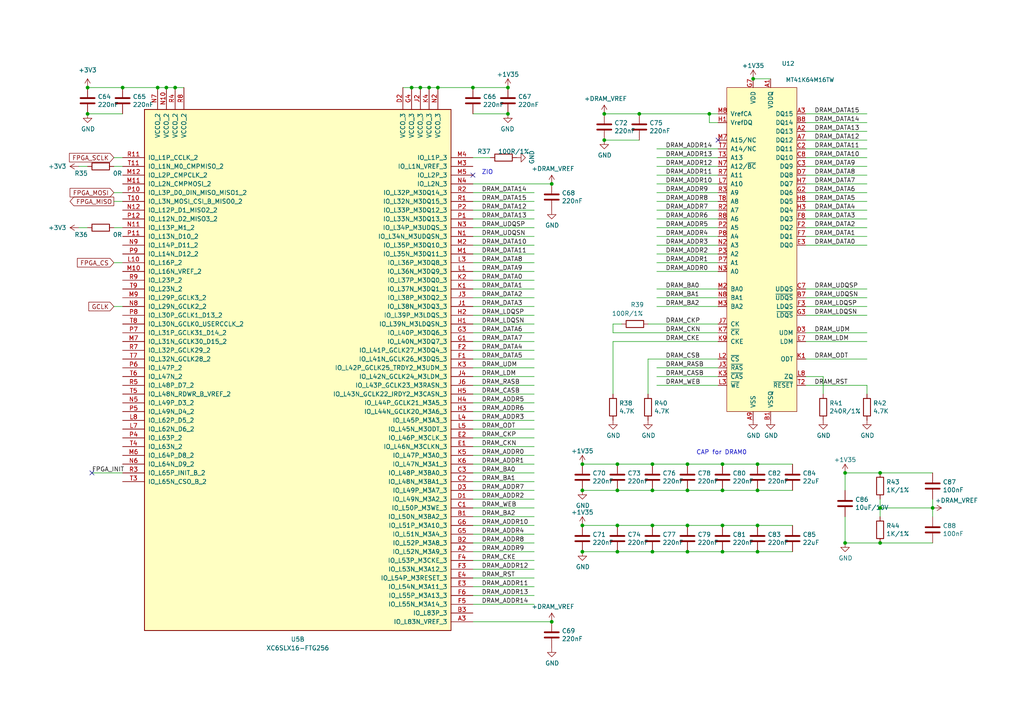
<source format=kicad_sch>
(kicad_sch (version 20231120) (generator "eeschema") (generator_version "8.0")
  (paper "A4")
  (title_block (title "Caster EPDC") (date "2022-07-03") (rev "R0.4") (company "Copyright 2022 Modos / Engineer: Wenting Zhang"))
  (junction (at 119.38 25.4))
  (junction (at 270.51 147.32) (diameter 0.9144))
  (junction (at 179.07 142.24) (diameter 0.9144))
  (junction (at 175.26 40.64) (diameter 0.9144))
  (junction (at 189.23 134.62) (diameter 0.9144))
  (junction (at 209.55 160.02) (diameter 0.9144))
  (junction (at 218.44 22.86) (diameter 0.9144))
  (junction (at 209.55 142.24) (diameter 0.9144))
  (junction (at 199.39 142.24) (diameter 0.9144))
  (junction (at 168.91 142.24) (diameter 0.9144))
  (junction (at 35.56 25.4))
  (junction (at 50.8 25.4))
  (junction (at 199.39 160.02) (diameter 0.9144))
  (junction (at 209.55 134.62) (diameter 0.9144))
  (junction (at 255.27 157.48) (diameter 0.9144))
  (junction (at 127 25.4))
  (junction (at 168.91 160.02) (diameter 0.9144))
  (junction (at 168.91 134.62) (diameter 0.9144))
  (junction (at 45.72 25.4))
  (junction (at 219.71 134.62) (diameter 0.9144))
  (junction (at 48.26 25.4))
  (junction (at 175.26 33.02) (diameter 0.9144))
  (junction (at 255.27 137.16) (diameter 0.9144))
  (junction (at 189.23 160.02) (diameter 0.9144))
  (junction (at 245.11 137.16) (diameter 0.9144))
  (junction (at 25.4 25.4))
  (junction (at 137.16 25.4))
  (junction (at 199.39 134.62) (diameter 0.9144))
  (junction (at 219.71 142.24) (diameter 0.9144))
  (junction (at 219.71 152.4) (diameter 0.9144))
  (junction (at 147.32 33.02))
  (junction (at 147.32 25.4))
  (junction (at 25.4 33.02))
  (junction (at 160.02 53.34))
  (junction (at 179.07 160.02) (diameter 0.9144))
  (junction (at 179.07 134.62) (diameter 0.9144))
  (junction (at 189.23 142.24) (diameter 0.9144))
  (junction (at 124.46 25.4))
  (junction (at 245.11 157.48) (diameter 0.9144))
  (junction (at 179.07 152.4) (diameter 0.9144))
  (junction (at 205.74 33.02))
  (junction (at 168.91 152.4) (diameter 0.9144))
  (junction (at 121.92 25.4))
  (junction (at 219.71 160.02) (diameter 0.9144))
  (junction (at 160.02 180.34))
  (junction (at 185.42 33.02) (diameter 0.9144))
  (junction (at 189.23 152.4) (diameter 0.9144))
  (junction (at 209.55 152.4) (diameter 0.9144))
  (junction (at 255.27 147.32) (diameter 0.9144))
  (junction (at 199.39 152.4) (diameter 0.9144))
  (no_connect (at 208.28 40.64))
  (no_connect (at 137.16 50.8))
  (no_connect (at 26.67 137.16))
  (wire (pts (xy 219.71 134.62) (xy 209.55 134.62)))
  (wire (pts (xy 154.94 160.02) (xy 137.16 160.02)))
  (wire (pts (xy 154.94 73.66) (xy 137.16 73.66)))
  (wire (pts (xy 137.16 71.12) (xy 154.94 71.12)))
  (wire (pts (xy 137.16 180.34) (xy 160.02 180.34)))
  (wire (pts (xy 245.11 137.16) (xy 245.11 142.24)))
  (wire (pts (xy 251.46 88.9) (xy 233.68 88.9)))
  (wire (pts (xy 177.8 99.06) (xy 208.28 99.06)))
  (wire (pts (xy 33.02 76.2) (xy 35.56 76.2)))
  (wire (pts (xy 251.46 33.02) (xy 233.68 33.02)))
  (wire (pts (xy 179.07 152.4) (xy 168.91 152.4)))
  (wire (pts (xy 154.94 132.08) (xy 137.16 132.08)))
  (wire (pts (xy 270.51 147.32) (xy 270.51 149.86)))
  (wire (pts (xy 270.51 157.48) (xy 255.27 157.48)))
  (wire (pts (xy 233.68 35.56) (xy 251.46 35.56)))
  (wire (pts (xy 137.16 152.4) (xy 154.94 152.4)))
  (wire (pts (xy 154.94 101.6) (xy 137.16 101.6)))
  (wire (pts (xy 233.68 111.76) (xy 251.46 111.76)))
  (wire (pts (xy 251.46 60.96) (xy 233.68 60.96)))
  (wire (pts (xy 190.5 109.22) (xy 208.28 109.22)))
  (wire (pts (xy 190.5 88.9) (xy 208.28 88.9)))
  (wire (pts (xy 190.5 58.42) (xy 208.28 58.42)))
  (wire (pts (xy 233.68 99.06) (xy 251.46 99.06)))
  (wire (pts (xy 208.28 71.12) (xy 190.5 71.12)))
  (wire (pts (xy 137.16 55.88) (xy 154.94 55.88)))
  (wire (pts (xy 33.02 66.04) (xy 35.56 66.04)))
  (wire (pts (xy 229.87 142.24) (xy 219.71 142.24)))
  (wire (pts (xy 154.94 116.84) (xy 137.16 116.84)))
  (wire (pts (xy 190.5 76.2) (xy 208.28 76.2)))
  (wire (pts (xy 190.5 45.72) (xy 208.28 45.72)))
  (wire (pts (xy 137.16 124.46) (xy 154.94 124.46)))
  (wire (pts (xy 209.55 152.4) (xy 199.39 152.4)))
  (wire (pts (xy 208.28 55.88) (xy 190.5 55.88)))
  (wire (pts (xy 233.68 38.1) (xy 251.46 38.1)))
  (wire (pts (xy 190.5 111.76) (xy 208.28 111.76)))
  (wire (pts (xy 208.28 66.04) (xy 190.5 66.04)))
  (wire (pts (xy 179.07 160.02) (xy 168.91 160.02)))
  (wire (pts (xy 229.87 134.62) (xy 219.71 134.62)))
  (wire (pts (xy 154.94 106.68) (xy 137.16 106.68)))
  (wire (pts (xy 177.8 114.3) (xy 177.8 99.06)))
  (wire (pts (xy 35.56 25.4) (xy 45.72 25.4)))
  (wire (pts (xy 45.72 25.4) (xy 48.26 25.4)))
  (wire (pts (xy 48.26 25.4) (xy 50.8 25.4)))
  (wire (pts (xy 50.8 25.4) (xy 53.34 25.4)))
  (wire (pts (xy 25.4 25.4) (xy 35.56 25.4)))
  (wire (pts (xy 154.94 162.56) (xy 137.16 162.56)))
  (wire (pts (xy 233.68 50.8) (xy 251.46 50.8)))
  (wire (pts (xy 179.07 152.4) (xy 189.23 152.4)))
  (wire (pts (xy 137.16 127) (xy 154.94 127)))
  (wire (pts (xy 154.94 114.3) (xy 137.16 114.3)))
  (wire (pts (xy 137.16 170.18) (xy 154.94 170.18)))
  (wire (pts (xy 26.67 137.16) (xy 35.56 137.16)))
  (wire (pts (xy 175.26 33.02) (xy 185.42 33.02)))
  (wire (pts (xy 205.74 33.02) (xy 208.28 33.02)))
  (wire (pts (xy 219.71 160.02) (xy 209.55 160.02)))
  (wire (pts (xy 137.16 58.42) (xy 154.94 58.42)))
  (wire (pts (xy 154.94 175.26) (xy 137.16 175.26)))
  (wire (pts (xy 219.71 142.24) (xy 209.55 142.24)))
  (wire (pts (xy 154.94 66.04) (xy 137.16 66.04)))
  (wire (pts (xy 179.07 134.62) (xy 168.91 134.62)))
  (wire (pts (xy 154.94 93.98) (xy 137.16 93.98)))
  (wire (pts (xy 190.5 106.68) (xy 208.28 106.68)))
  (wire (pts (xy 233.68 109.22) (xy 238.76 109.22)))
  (wire (pts (xy 255.27 157.48) (xy 245.11 157.48)))
  (wire (pts (xy 154.94 91.44) (xy 137.16 91.44)))
  (wire (pts (xy 179.07 134.62) (xy 189.23 134.62)))
  (wire (pts (xy 137.16 83.82) (xy 154.94 83.82)))
  (wire (pts (xy 154.94 137.16) (xy 137.16 137.16)))
  (wire (pts (xy 137.16 129.54) (xy 154.94 129.54)))
  (wire (pts (xy 137.16 134.62) (xy 154.94 134.62)))
  (wire (pts (xy 233.68 40.64) (xy 251.46 40.64)))
  (wire (pts (xy 25.4 33.02) (xy 35.56 33.02)))
  (wire (pts (xy 255.27 147.32) (xy 270.51 147.32)))
  (wire (pts (xy 251.46 58.42) (xy 233.68 58.42)))
  (wire (pts (xy 209.55 134.62) (xy 199.39 134.62)))
  (wire (pts (xy 229.87 160.02) (xy 219.71 160.02)))
  (wire (pts (xy 208.28 50.8) (xy 190.5 50.8)))
  (wire (pts (xy 179.07 142.24) (xy 189.23 142.24)))
  (wire (pts (xy 137.16 33.02) (xy 147.32 33.02)))
  (wire (pts (xy 190.5 63.5) (xy 208.28 63.5)))
  (wire (pts (xy 137.16 111.76) (xy 154.94 111.76)))
  (wire (pts (xy 189.23 134.62) (xy 199.39 134.62)))
  (wire (pts (xy 209.55 142.24) (xy 199.39 142.24)))
  (wire (pts (xy 154.94 149.86) (xy 137.16 149.86)))
  (wire (pts (xy 233.68 53.34) (xy 251.46 53.34)))
  (wire (pts (xy 137.16 167.64) (xy 154.94 167.64)))
  (wire (pts (xy 255.27 137.16) (xy 270.51 137.16)))
  (wire (pts (xy 251.46 86.36) (xy 233.68 86.36)))
  (wire (pts (xy 177.8 96.52) (xy 208.28 96.52)))
  (wire (pts (xy 270.51 144.78) (xy 270.51 147.32)))
  (wire (pts (xy 205.74 35.56) (xy 205.74 33.02)))
  (wire (pts (xy 190.5 60.96) (xy 208.28 60.96)))
  (wire (pts (xy 251.46 43.18) (xy 233.68 43.18)))
  (wire (pts (xy 154.94 76.2) (xy 137.16 76.2)))
  (wire (pts (xy 233.68 66.04) (xy 251.46 66.04)))
  (wire (pts (xy 137.16 154.94) (xy 154.94 154.94)))
  (wire (pts (xy 187.96 114.3) (xy 187.96 104.14)))
  (wire (pts (xy 251.46 111.76) (xy 251.46 114.3)))
  (wire (pts (xy 185.42 33.02) (xy 205.74 33.02)))
  (wire (pts (xy 154.94 96.52) (xy 137.16 96.52)))
  (wire (pts (xy 189.23 152.4) (xy 199.39 152.4)))
  (wire (pts (xy 177.8 93.98) (xy 180.34 93.98)))
  (wire (pts (xy 177.8 96.52) (xy 177.8 93.98)))
  (wire (pts (xy 137.16 172.72) (xy 154.94 172.72)))
  (wire (pts (xy 33.02 58.42) (xy 35.56 58.42)))
  (wire (pts (xy 251.46 104.14) (xy 233.68 104.14)))
  (wire (pts (xy 137.16 119.38) (xy 154.94 119.38)))
  (wire (pts (xy 179.07 160.02) (xy 189.23 160.02)))
  (wire (pts (xy 137.16 165.1) (xy 154.94 165.1)))
  (wire (pts (xy 22.86 66.04) (xy 25.4 66.04)))
  (wire (pts (xy 137.16 144.78) (xy 154.94 144.78)))
  (wire (pts (xy 137.16 60.96) (xy 154.94 60.96)))
  (wire (pts (xy 33.02 88.9) (xy 35.56 88.9)))
  (wire (pts (xy 137.16 86.36) (xy 154.94 86.36)))
  (wire (pts (xy 251.46 63.5) (xy 233.68 63.5)))
  (wire (pts (xy 251.46 48.26) (xy 233.68 48.26)))
  (wire (pts (xy 208.28 68.58) (xy 190.5 68.58)))
  (wire (pts (xy 33.02 55.88) (xy 35.56 55.88)))
  (wire (pts (xy 208.28 53.34) (xy 190.5 53.34)))
  (wire (pts (xy 154.94 139.7) (xy 137.16 139.7)))
  (wire (pts (xy 233.68 55.88) (xy 251.46 55.88)))
  (wire (pts (xy 229.87 152.4) (xy 219.71 152.4)))
  (wire (pts (xy 251.46 45.72) (xy 233.68 45.72)))
  (wire (pts (xy 209.55 160.02) (xy 199.39 160.02)))
  (wire (pts (xy 233.68 96.52) (xy 251.46 96.52)))
  (wire (pts (xy 245.11 137.16) (xy 255.27 137.16)))
  (wire (pts (xy 137.16 109.22) (xy 154.94 109.22)))
  (wire (pts (xy 154.94 121.92) (xy 137.16 121.92)))
  (wire (pts (xy 255.27 147.32) (xy 255.27 149.86)))
  (wire (pts (xy 199.39 160.02) (xy 189.23 160.02)))
  (wire (pts (xy 137.16 53.34) (xy 160.02 53.34)))
  (wire (pts (xy 199.39 142.24) (xy 189.23 142.24)))
  (wire (pts (xy 154.94 68.58) (xy 137.16 68.58)))
  (wire (pts (xy 233.68 68.58) (xy 251.46 68.58)))
  (wire (pts (xy 33.02 48.26) (xy 35.56 48.26)))
  (wire (pts (xy 33.02 45.72) (xy 35.56 45.72)))
  (wire (pts (xy 190.5 78.74) (xy 208.28 78.74)))
  (wire (pts (xy 190.5 86.36) (xy 208.28 86.36)))
  (wire (pts (xy 208.28 35.56) (xy 205.74 35.56)))
  (wire (pts (xy 208.28 48.26) (xy 190.5 48.26)))
  (wire (pts (xy 190.5 83.82) (xy 208.28 83.82)))
  (wire (pts (xy 22.86 48.26) (xy 25.4 48.26)))
  (wire (pts (xy 137.16 99.06) (xy 154.94 99.06)))
  (wire (pts (xy 154.94 147.32) (xy 137.16 147.32)))
  (wire (pts (xy 137.16 78.74) (xy 154.94 78.74)))
  (wire (pts (xy 255.27 144.78) (xy 255.27 147.32)))
  (wire (pts (xy 187.96 104.14) (xy 208.28 104.14)))
  (wire (pts (xy 233.68 71.12) (xy 251.46 71.12)))
  (wire (pts (xy 190.5 73.66) (xy 208.28 73.66)))
  (wire (pts (xy 219.71 152.4) (xy 209.55 152.4)))
  (wire (pts (xy 190.5 43.18) (xy 208.28 43.18)))
  (wire (pts (xy 251.46 83.82) (xy 233.68 83.82)))
  (wire (pts (xy 154.94 157.48) (xy 137.16 157.48)))
  (wire (pts (xy 154.94 142.24) (xy 137.16 142.24)))
  (wire (pts (xy 154.94 63.5) (xy 137.16 63.5)))
  (wire (pts (xy 127 25.4) (xy 124.46 25.4)))
  (wire (pts (xy 137.16 25.4) (xy 127 25.4)))
  (wire (pts (xy 119.38 25.4) (xy 116.84 25.4)))
  (wire (pts (xy 121.92 25.4) (xy 119.38 25.4)))
  (wire (pts (xy 124.46 25.4) (xy 121.92 25.4)))
  (wire (pts (xy 147.32 25.4) (xy 137.16 25.4)))
  (wire (pts (xy 137.16 104.14) (xy 154.94 104.14)))
  (wire (pts (xy 137.16 45.72) (xy 142.24 45.72)))
  (wire (pts (xy 218.44 22.86) (xy 223.52 22.86)))
  (wire (pts (xy 245.11 149.86) (xy 245.11 157.48)))
  (wire (pts (xy 187.96 93.98) (xy 208.28 93.98)))
  (wire (pts (xy 238.76 109.22) (xy 238.76 114.3)))
  (wire (pts (xy 154.94 88.9) (xy 137.16 88.9)))
  (wire (pts (xy 185.42 40.64) (xy 175.26 40.64)))
  (wire (pts (xy 137.16 81.28) (xy 154.94 81.28)))
  (wire (pts (xy 251.46 91.44) (xy 233.68 91.44)))
  (wire (pts (xy 179.07 142.24) (xy 168.91 142.24)))
  (text "ZIO" (at 139.7 50.8 0) (effects (font (size 1.27 1.27)) (justify left bottom)))
  (text "CAP for DRAM0" (at 201.93 132.08 0) (effects (font (size 1.27 1.27)) (justify left bottom)))
  (label "DRAM_DATA3" (at 236.22 63.5 0))
  (label "DRAM_ADDR2" (at 139.7 144.78 0))
  (label "DRAM_UDQSN" (at 236.22 86.36 0))
  (label "DRAM_LDM" (at 236.22 99.06 0))
  (label "DRAM_ADDR9" (at 193.04 55.88 0))
  (label "DRAM_ADDR13" (at 139.7 172.72 0))
  (label "DRAM_DATA11" (at 236.22 43.18 0))
  (label "DRAM_CKE" (at 193.04 99.06 0))
  (label "DRAM_WEB" (at 139.7 147.32 0))
  (label "DRAM_LDM" (at 139.7 109.22 0))
  (label "DRAM_DATA3" (at 139.7 88.9 0))
  (label "DRAM_DATA7" (at 236.22 53.34 0))
  (label "DRAM_WEB" (at 193.04 111.76 0))
  (label "DRAM_RASB" (at 139.7 111.76 0))
  (label "DRAM_ADDR6" (at 193.04 63.5 0))
  (label "DRAM_DATA0" (at 236.22 71.12 0))
  (label "DRAM_DATA10" (at 236.22 45.72 0))
  (label "DRAM_ADDR10" (at 139.7 152.4 0))
  (label "DRAM_ADDR11" (at 193.04 50.8 0))
  (label "DRAM_BA1" (at 193.04 86.36 0))
  (label "DRAM_ADDR2" (at 193.04 73.66 0))
  (label "DRAM_LDQSP" (at 139.7 91.44 0))
  (label "DRAM_ADDR8" (at 139.7 157.48 0))
  (label "DRAM_LDQSP" (at 236.22 88.9 0))
  (label "DRAM_ADDR14" (at 193.04 43.18 0))
  (label "DRAM_CASB" (at 193.04 109.22 0))
  (label "DRAM_RST" (at 139.7 167.64 0))
  (label "DRAM_BA2" (at 193.04 88.9 0))
  (label "DRAM_DATA15" (at 236.22 33.02 0))
  (label "DRAM_DATA2" (at 236.22 66.04 0))
  (label "DRAM_BA2" (at 139.7 149.86 0))
  (label "DRAM_UDM" (at 236.22 96.52 0))
  (label "DRAM_DATA9" (at 236.22 48.26 0))
  (label "DRAM_DATA15" (at 139.7 58.42 0))
  (label "DRAM_BA0" (at 139.7 137.16 0))
  (label "DRAM_CASB" (at 139.7 114.3 0))
  (label "DRAM_ADDR1" (at 193.04 76.2 0))
  (label "DRAM_ODT" (at 236.22 104.14 0))
  (label "DRAM_DATA6" (at 236.22 55.88 0))
  (label "DRAM_DATA5" (at 139.7 104.14 0))
  (label "DRAM_DATA9" (at 139.7 78.74 0))
  (label "DRAM_DATA1" (at 236.22 68.58 0))
  (label "DRAM_UDM" (at 139.7 106.68 0))
  (label "DRAM_ADDR7" (at 193.04 60.96 0))
  (label "DRAM_RST" (at 236.22 111.76 0))
  (label "DRAM_DATA13" (at 236.22 38.1 0))
  (label "DRAM_DATA12" (at 236.22 40.64 0))
  (label "DRAM_CKN" (at 139.7 129.54 0))
  (label "DRAM_ADDR7" (at 139.7 142.24 0))
  (label "DRAM_ADDR6" (at 139.7 119.38 0))
  (label "FPGA_INIT" (at 26.67 137.16 0))
  (label "DRAM_UDQSN" (at 139.7 68.58 0))
  (label "DRAM_ADDR9" (at 139.7 160.02 0))
  (label "DRAM_DATA6" (at 139.7 96.52 0))
  (label "DRAM_ADDR14" (at 139.7 175.26 0))
  (label "DRAM_LDQSN" (at 236.22 91.44 0))
  (label "DRAM_ADDR8" (at 193.04 58.42 0))
  (label "DRAM_DATA14" (at 236.22 35.56 0))
  (label "DRAM_ADDR5" (at 139.7 116.84 0))
  (label "DRAM_ADDR3" (at 193.04 71.12 0))
  (label "DRAM_DATA14" (at 139.7 55.88 0))
  (label "DRAM_CSB" (at 193.04 104.14 0))
  (label "DRAM_DATA1" (at 139.7 83.82 0))
  (label "DRAM_DATA4" (at 139.7 101.6 0))
  (label "DRAM_BA1" (at 139.7 139.7 0))
  (label "DRAM_DATA5" (at 236.22 58.42 0))
  (label "DRAM_DATA4" (at 236.22 60.96 0))
  (label "DRAM_ADDR5" (at 193.04 66.04 0))
  (label "DRAM_RASB" (at 193.04 106.68 0))
  (label "DRAM_DATA13" (at 139.7 63.5 0))
  (label "DRAM_ADDR0" (at 139.7 132.08 0))
  (label "DRAM_ADDR1" (at 139.7 134.62 0))
  (label "DRAM_UDQSP" (at 236.22 83.82 0))
  (label "DRAM_ODT" (at 139.7 124.46 0))
  (label "DRAM_CKN" (at 193.04 96.52 0))
  (label "DRAM_ADDR10" (at 193.04 53.34 0))
  (label "DRAM_DATA8" (at 236.22 50.8 0))
  (label "DRAM_ADDR4" (at 193.04 68.58 0))
  (label "DRAM_BA0" (at 193.04 83.82 0))
  (label "DRAM_DATA12" (at 139.7 60.96 0))
  (label "DRAM_CKE" (at 139.7 162.56 0))
  (label "DRAM_UDQSP" (at 139.7 66.04 0))
  (label "DRAM_LDQSN" (at 139.7 93.98 0))
  (label "DRAM_DATA10" (at 139.7 71.12 0))
  (label "DRAM_ADDR13" (at 193.04 45.72 0))
  (label "DRAM_ADDR4" (at 139.7 154.94 0))
  (label "DRAM_CKP" (at 193.04 93.98 0))
  (label "DRAM_ADDR0" (at 193.04 78.74 0))
  (label "DRAM_ADDR3" (at 139.7 121.92 0))
  (label "DRAM_DATA11" (at 139.7 73.66 0))
  (label "DRAM_DATA0" (at 139.7 81.28 0))
  (label "DRAM_ADDR12" (at 193.04 48.26 0))
  (label "DRAM_ADDR12" (at 139.7 165.1 0))
  (label "DRAM_DATA8" (at 139.7 76.2 0))
  (label "DRAM_DATA7" (at 139.7 99.06 0))
  (label "DRAM_CKP" (at 139.7 127 0))
  (label "DRAM_DATA2" (at 139.7 86.36 0))
  (label "DRAM_ADDR11" (at 139.7 170.18 0))
  (global_label "GCLK" (shape input) (at 33.02 88.9 180) (property "Intersheetrefs" "${INTERSHEET_REFS}" (effects (hide yes))))
  (global_label "FPGA_CS" (shape input) (at 33.02 76.2 180) (property "Intersheetrefs" "${INTERSHEET_REFS}" (effects (hide yes))))
  (global_label "FPGA_SCLK" (shape input) (at 33.02 45.72 180) (property "Intersheetrefs" "${INTERSHEET_REFS}" (effects (hide yes))))
  (global_label "FPGA_MOSI" (shape input) (at 33.02 55.88 180) (property "Intersheetrefs" "${INTERSHEET_REFS}" (effects (hide yes))))
  (global_label "FPGA_MISO" (shape output) (at 33.02 58.42 180) (property "Intersheetrefs" "${INTERSHEET_REFS}" (effects (hide yes))))
  (symbol (lib_id "power:GND") (at 149.86 45.72 90) (unit 1)
    (property "Reference" "#PWR0103" (effects (hide yes)))
    (property "Value" "GND" (at 154.2542 45.593 0))
  )
  (symbol (lib_id "Device:C") (at 229.87 156.21 0) (unit 1)
    (property "Reference" "C85" (at 232.791 155.0416 0) (effects (justify left)))
    (property "Value" "22uF" (at 232.791 157.353 0) (effects (justify left)))
    (property "Footprint" "Capacitor_SMD:C_0603_1608Metric" (effects (hide yes)))
    (property "LCSC" "C94018" (effects (hide yes)))
    (property "Ref.Price" "0.0301" (effects (hide yes)))
  )
  (symbol (lib_id "Device:C") (at 35.56 29.21 0) (unit 1)
    (property "Reference" "C65" (at 38.481 28.0416 0) (effects (justify left)))
    (property "Value" "220nF" (at 38.481 30.353 0) (effects (justify left)))
    (property "Footprint" "Capacitor_SMD:C_0402_1005Metric" (effects (hide yes)))
    (property "LCSC" "C880414" (effects (hide yes)))
    (property "Ref.Price" "0.0036" (effects (hide yes)))
  )
  (symbol (lib_id "power:+1V35") (at 168.91 134.62 0) (unit 1)
    (property "Reference" "#PWR0108" (effects (hide yes)))
    (property "Value" "+1V35" (at 168.91 130.81 0))
  )
  (symbol (lib_id "Device:R") (at 184.15 93.98 90) (unit 1)
    (property "Reference" "R39" (at 186.7916 88.392 90) (effects (justify left)))
    (property "Value" "100R/1%" (at 186.563 90.932 90) (effects (justify left)))
    (property "Footprint" "Resistor_SMD:R_0402_1005Metric" (effects (hide yes)))
    (property "LCSC" "C114877" (effects (hide yes)))
    (property "Ref.Price" "0.001" (effects (hide yes)))
  )
  (symbol (lib_id "power:+3V3") (at 25.4 25.4 0) (unit 1)
    (property "Reference" "#PWR099" (effects (hide yes)))
    (property "Value" "+3V3" (at 25.4 20.32 0))
  )
  (symbol (lib_id "Device:C") (at 185.42 36.83 0) (unit 1)
    (property "Reference" "C75" (at 188.341 35.6616 0) (effects (justify left)))
    (property "Value" "220nF" (at 188.341 37.973 0) (effects (justify left)))
    (property "Footprint" "Capacitor_SMD:C_0402_1005Metric" (effects (hide yes)))
    (property "LCSC" "C880414" (effects (hide yes)))
    (property "Ref.Price" "0.0036" (effects (hide yes)))
  )
  (symbol (lib_id "Device:C") (at 168.91 156.21 0) (unit 1)
    (property "Reference" "C71" (at 171.831 155.0416 0) (effects (justify left)))
    (property "Value" "220nF" (at 171.831 157.353 0) (effects (justify left)))
    (property "Footprint" "Capacitor_SMD:C_0402_1005Metric" (effects (hide yes)))
    (property "LCSC" "C880414" (effects (hide yes)))
    (property "Ref.Price" "0.0036" (effects (hide yes)))
  )
  (symbol (lib_id "Device:C") (at 179.07 156.21 0) (unit 1)
    (property "Reference" "C74" (at 181.991 155.0416 0) (effects (justify left)))
    (property "Value" "220nF" (at 181.991 157.353 0) (effects (justify left)))
    (property "Footprint" "Capacitor_SMD:C_0402_1005Metric" (effects (hide yes)))
    (property "LCSC" "C880414" (effects (hide yes)))
    (property "Ref.Price" "0.0036" (effects (hide yes)))
  )
  (symbol (lib_id "power:+1V35") (at 147.32 25.4 0) (mirror y) (unit 1)
    (property "Reference" "#PWR0101" (effects (hide yes)))
    (property "Value" "+1V35" (at 147.32 21.59 0))
  )
  (symbol (lib_id "Device:R") (at 255.27 153.67 0) (unit 1)
    (property "Reference" "R44" (at 257.048 152.5016 0) (effects (justify left)))
    (property "Value" "1K/1%" (at 257.048 154.813 0) (effects (justify left)))
    (property "Footprint" "Resistor_SMD:R_0402_1005Metric" (effects (hide yes)))
    (property "LCSC" "C226693" (effects (hide yes)))
    (property "Ref.Price" "0.0025" (effects (hide yes)))
  )
  (symbol (lib_id "power:GND") (at 168.91 160.02 0) (unit 1)
    (property "Reference" "#PWR0111" (effects (hide yes)))
    (property "Value" "GND" (at 169.037 164.4142 0))
  )
  (symbol (lib_id "power:+3V3") (at 22.86 48.26 90) (unit 1)
    (property "Reference" "#PWR097" (effects (hide yes)))
    (property "Value" "+3V3" (at 13.97 48.2599 90) (effects (justify right)))
  )
  (symbol (lib_id "Device:C") (at 270.51 140.97 0) (unit 1)
    (property "Reference" "C87" (at 273.431 139.8016 0) (effects (justify left)))
    (property "Value" "100nF" (at 273.431 142.113 0) (effects (justify left)))
    (property "Footprint" "Capacitor_SMD:C_0402_1005Metric" (effects (hide yes)))
    (property "LCSC" "C56392" (effects (hide yes)))
    (property "Ref.Price" "0.0023" (effects (hide yes)))
  )
  (symbol (lib_id "symbols:+DRAM_VREF") (at 160.02 180.34 0) (unit 1)
    (property "Reference" "#PWR0106" (effects (hide yes)))
    (property "Value" "+DRAM_VREF" (at 160.401 175.9458 0))
  )
  (symbol (lib_id "symbols:+DRAM_VREF") (at 160.02 53.34 0) (unit 1)
    (property "Reference" "#PWR0104" (effects (hide yes)))
    (property "Value" "+DRAM_VREF" (at 160.401 48.9458 0))
  )
  (symbol (lib_id "Device:R") (at 238.76 118.11 0) (unit 1)
    (property "Reference" "R41" (at 240.538 116.9416 0) (effects (justify left)))
    (property "Value" "240R/1%" (at 240.538 119.253 0) (effects (justify left)))
    (property "Footprint" "Resistor_SMD:R_0402_1005Metric" (effects (hide yes)))
    (property "LCSC" "C114755" (effects (hide yes)))
    (property "Ref.Price" "0.0009" (effects (hide yes)))
  )
  (symbol (lib_id "power:+3V3") (at 22.86 66.04 90) (unit 1)
    (property "Reference" "#PWR098" (effects (hide yes)))
    (property "Value" "+3V3" (at 13.97 66.0399 90) (effects (justify right)))
  )
  (symbol (lib_id "power:GND") (at 160.02 187.96 0) (unit 1)
    (property "Reference" "#PWR0107" (effects (hide yes)))
    (property "Value" "GND" (at 160.147 192.3542 0))
  )
  (symbol (lib_id "power:GND") (at 245.11 157.48 0) (unit 1)
    (property "Reference" "#PWR0121" (effects (hide yes)))
    (property "Value" "GND" (at 245.237 161.8742 0))
  )
  (symbol (lib_id "symbols:MT41K256M16HA") (at 220.98 22.86 0) (unit 1)
    (property "Reference" "U12" (at 228.6 18.415 0) (effects (font (size 1.1938 1.1938))))
    (property "Value" "MT41K64M16TW" (at 234.95 23.1648 0) (effects (font (size 1.1938 1.1938))))
    (property "Footprint" "footprints:BGA-96_9.0x14.0mm_P0.8mm" (effects (hide yes)))
    (property "LCSC" "C524855" (effects (hide yes)))
    (property "Ref.Price" "3.2405" (effects (hide yes)))
  )
  (symbol (lib_id "power:GND") (at 223.52 121.92 0) (unit 1)
    (property "Reference" "#PWR0118" (effects (hide yes)))
    (property "Value" "GND" (at 223.647 126.3142 0))
  )
  (symbol (lib_id "power:GND") (at 187.96 121.92 0) (unit 1)
    (property "Reference" "#PWR0115" (effects (hide yes)))
    (property "Value" "GND" (at 188.087 126.3142 0))
  )
  (symbol (lib_id "Device:R") (at 29.21 48.26 90) (unit 1)
    (property "Reference" "R35" (at 25.5016 50.292 90) (effects (justify left)))
    (property "Value" "0R" (at 35.433 50.292 90) (effects (justify left)))
    (property "Footprint" "Resistor_SMD:R_0402_1005Metric" (effects (hide yes)))
    (property "LCSC" "C105870" (effects (hide yes)))
    (property "Ref.Price" "0.0006" (effects (hide yes)))
  )
  (symbol (lib_id "Device:C") (at 147.32 29.21 0) (unit 1)
    (property "Reference" "C67" (at 150.241 28.0416 0) (effects (justify left)))
    (property "Value" "220nF" (at 150.241 30.353 0) (effects (justify left)))
    (property "Footprint" "Capacitor_SMD:C_0402_1005Metric" (effects (hide yes)))
    (property "LCSC" "C880414" (effects (hide yes)))
    (property "Ref.Price" "0.0036" (effects (hide yes)))
  )
  (symbol (lib_id "Device:C") (at 168.91 138.43 0) (unit 1)
    (property "Reference" "C70" (at 171.831 137.2616 0) (effects (justify left)))
    (property "Value" "220nF" (at 171.831 139.573 0) (effects (justify left)))
    (property "Footprint" "Capacitor_SMD:C_0402_1005Metric" (effects (hide yes)))
    (property "LCSC" "C880414" (effects (hide yes)))
    (property "Ref.Price" "0.0036" (effects (hide yes)))
  )
  (symbol (lib_id "Device:C") (at 160.02 57.15 0) (unit 1)
    (property "Reference" "C68" (at 162.941 55.9816 0) (effects (justify left)))
    (property "Value" "220nF" (at 162.941 58.293 0) (effects (justify left)))
    (property "Footprint" "Capacitor_SMD:C_0402_1005Metric" (effects (hide yes)))
    (property "LCSC" "C880414" (effects (hide yes)))
    (property "Ref.Price" "0.0036" (effects (hide yes)))
  )
  (symbol (lib_id "Device:R") (at 29.21 66.04 90) (unit 1)
    (property "Reference" "R36" (at 25.5016 68.072 90) (effects (justify left)))
    (property "Value" "0R" (at 35.433 68.072 90) (effects (justify left)))
    (property "Footprint" "Resistor_SMD:R_0402_1005Metric" (effects (hide yes)))
    (property "LCSC" "C105870" (effects (hide yes)))
    (property "Ref.Price" "0.0006" (effects (hide yes)))
  )
  (symbol (lib_id "power:GND") (at 160.02 60.96 0) (unit 1)
    (property "Reference" "#PWR0105" (effects (hide yes)))
    (property "Value" "GND" (at 160.147 65.3542 0))
  )
  (symbol (lib_id "power:GND") (at 218.44 121.92 0) (unit 1)
    (property "Reference" "#PWR0117" (effects (hide yes)))
    (property "Value" "GND" (at 218.567 126.3142 0))
  )
  (symbol (lib_id "power:+1V35") (at 218.44 22.86 0) (unit 1)
    (property "Reference" "#PWR0116" (effects (hide yes)))
    (property "Value" "+1V35" (at 218.44 19.05 0))
  )
  (symbol (lib_id "Device:C") (at 175.26 36.83 0) (unit 1)
    (property "Reference" "C72" (at 178.181 35.6616 0) (effects (justify left)))
    (property "Value" "220nF" (at 178.181 37.973 0) (effects (justify left)))
    (property "Footprint" "Capacitor_SMD:C_0402_1005Metric" (effects (hide yes)))
    (property "LCSC" "C880414" (effects (hide yes)))
    (property "Ref.Price" "0.0036" (effects (hide yes)))
  )
  (symbol (lib_id "Device:C") (at 137.16 29.21 0) (unit 1)
    (property "Reference" "C66" (at 140.081 28.0416 0) (effects (justify left)))
    (property "Value" "220nF" (at 140.081 30.353 0) (effects (justify left)))
    (property "Footprint" "Capacitor_SMD:C_0402_1005Metric" (effects (hide yes)))
    (property "LCSC" "C880414" (effects (hide yes)))
    (property "Ref.Price" "0.0036" (effects (hide yes)))
  )
  (symbol (lib_id "Device:R") (at 146.05 45.72 90) (unit 1)
    (property "Reference" "R37" (at 142.3416 43.942 90) (effects (justify left)))
    (property "Value" "100R/1%" (at 153.543 43.942 90) (effects (justify left)))
    (property "Footprint" "Resistor_SMD:R_0402_1005Metric" (effects (hide yes)))
    (property "LCSC" "C106232" (effects (hide yes)))
    (property "Ref.Price" "0.0007" (effects (hide yes)))
  )
  (symbol (lib_id "Device:R") (at 177.8 118.11 0) (unit 1)
    (property "Reference" "R38" (at 179.578 116.9416 0) (effects (justify left)))
    (property "Value" "4.7K" (at 179.578 119.253 0) (effects (justify left)))
    (property "Footprint" "Resistor_SMD:R_0402_1005Metric" (effects (hide yes)))
    (property "LCSC" "C105870" (effects (hide yes)))
    (property "Ref.Price" "0.0006" (effects (hide yes)))
  )
  (symbol (lib_id "Device:C") (at 25.4 29.21 0) (unit 1)
    (property "Reference" "C64" (at 28.321 28.0416 0) (effects (justify left)))
    (property "Value" "220nF" (at 28.321 30.353 0) (effects (justify left)))
    (property "Footprint" "Capacitor_SMD:C_0402_1005Metric" (effects (hide yes)))
    (property "LCSC" "C880414" (effects (hide yes)))
    (property "Ref.Price" "0.0036" (effects (hide yes)))
  )
  (symbol (lib_id "power:+1V35") (at 168.91 152.4 0) (unit 1)
    (property "Reference" "#PWR0110" (effects (hide yes)))
    (property "Value" "+1V35" (at 168.91 148.59 0))
  )
  (symbol (lib_id "Device:C") (at 219.71 156.21 0) (unit 1)
    (property "Reference" "C83" (at 222.631 155.0416 0) (effects (justify left)))
    (property "Value" "220nF" (at 222.631 157.353 0) (effects (justify left)))
    (property "Footprint" "Capacitor_SMD:C_0402_1005Metric" (effects (hide yes)))
    (property "LCSC" "C880414" (effects (hide yes)))
    (property "Ref.Price" "0.0036" (effects (hide yes)))
  )
  (symbol (lib_id "power:GND") (at 251.46 121.92 0) (unit 1)
    (property "Reference" "#PWR0122" (effects (hide yes)))
    (property "Value" "GND" (at 251.587 126.3142 0))
  )
  (symbol (lib_id "power:GND") (at 147.32 33.02 0) (mirror y) (unit 1)
    (property "Reference" "#PWR0102" (effects (hide yes)))
    (property "Value" "GND" (at 147.193 37.4142 0))
  )
  (symbol (lib_id "Device:C") (at 209.55 156.21 0) (unit 1)
    (property "Reference" "C81" (at 212.471 155.0416 0) (effects (justify left)))
    (property "Value" "220nF" (at 212.471 157.353 0) (effects (justify left)))
    (property "Footprint" "Capacitor_SMD:C_0402_1005Metric" (effects (hide yes)))
    (property "LCSC" "C880414" (effects (hide yes)))
    (property "Ref.Price" "0.0036" (effects (hide yes)))
  )
  (symbol (lib_id "Device:C") (at 160.02 184.15 0) (unit 1)
    (property "Reference" "C69" (at 162.941 182.9816 0) (effects (justify left)))
    (property "Value" "220nF" (at 162.941 185.293 0) (effects (justify left)))
    (property "Footprint" "Capacitor_SMD:C_0402_1005Metric" (effects (hide yes)))
    (property "LCSC" "C880414" (effects (hide yes)))
    (property "Ref.Price" "0.0036" (effects (hide yes)))
  )
  (symbol (lib_id "Device:C") (at 229.87 138.43 0) (unit 1)
    (property "Reference" "C84" (at 232.791 137.2616 0) (effects (justify left)))
    (property "Value" "22uF" (at 232.791 139.573 0) (effects (justify left)))
    (property "Footprint" "Capacitor_SMD:C_0603_1608Metric" (effects (hide yes)))
    (property "LCSC" "C94018" (effects (hide yes)))
    (property "Ref.Price" "0.0301" (effects (hide yes)))
  )
  (symbol (lib_id "power:GND") (at 168.91 142.24 0) (unit 1)
    (property "Reference" "#PWR0109" (effects (hide yes)))
    (property "Value" "GND" (at 169.037 146.6342 0))
  )
  (symbol (lib_id "Device:C") (at 179.07 138.43 0) (unit 1)
    (property "Reference" "C73" (at 181.991 137.2616 0) (effects (justify left)))
    (property "Value" "220nF" (at 181.991 139.573 0) (effects (justify left)))
    (property "Footprint" "Capacitor_SMD:C_0402_1005Metric" (effects (hide yes)))
    (property "LCSC" "C880414" (effects (hide yes)))
    (property "Ref.Price" "0.0036" (effects (hide yes)))
  )
  (symbol (lib_id "power:GND") (at 25.4 33.02 0) (unit 1)
    (property "Reference" "#PWR0100" (effects (hide yes)))
    (property "Value" "GND" (at 25.527 37.4142 0))
  )
  (symbol (lib_id "Device:C") (at 199.39 138.43 0) (unit 1)
    (property "Reference" "C78" (at 202.311 137.2616 0) (effects (justify left)))
    (property "Value" "220nF" (at 202.311 139.573 0) (effects (justify left)))
    (property "Footprint" "Capacitor_SMD:C_0402_1005Metric" (effects (hide yes)))
    (property "LCSC" "C880414" (effects (hide yes)))
    (property "Ref.Price" "0.0036" (effects (hide yes)))
  )
  (symbol (lib_id "Device:C") (at 209.55 138.43 0) (unit 1)
    (property "Reference" "C80" (at 212.471 137.2616 0) (effects (justify left)))
    (property "Value" "220nF" (at 212.471 139.573 0) (effects (justify left)))
    (property "Footprint" "Capacitor_SMD:C_0402_1005Metric" (effects (hide yes)))
    (property "LCSC" "C880414" (effects (hide yes)))
    (property "Ref.Price" "0.0036" (effects (hide yes)))
  )
  (symbol (lib_id "power:GND") (at 175.26 40.64 0) (unit 1)
    (property "Reference" "#PWR0113" (effects (hide yes)))
    (property "Value" "GND" (at 175.387 45.0342 0))
  )
  (symbol (lib_id "Device:C") (at 199.39 156.21 0) (unit 1)
    (property "Reference" "C79" (at 202.311 155.0416 0) (effects (justify left)))
    (property "Value" "220nF" (at 202.311 157.353 0) (effects (justify left)))
    (property "Footprint" "Capacitor_SMD:C_0402_1005Metric" (effects (hide yes)))
    (property "LCSC" "C880414" (effects (hide yes)))
    (property "Ref.Price" "0.0036" (effects (hide yes)))
  )
  (symbol (lib_id "Device:C") (at 245.11 146.05 0) (unit 1)
    (property "Reference" "C86" (at 248.031 144.8816 0) (effects (justify left)))
    (property "Value" "10uF/10V" (at 248.031 147.193 0) (effects (justify left)))
    (property "Footprint" "Capacitor_SMD:C_0805_2012Metric" (effects (hide yes)))
    (property "LCSC" "C105490" (effects (hide yes)))
    (property "Ref.Price" "0.0165" (effects (hide yes)))
  )
  (symbol (lib_id "Device:R") (at 187.96 118.11 0) (unit 1)
    (property "Reference" "R40" (at 189.738 116.9416 0) (effects (justify left)))
    (property "Value" "4.7K" (at 189.738 119.253 0) (effects (justify left)))
    (property "Footprint" "Resistor_SMD:R_0402_1005Metric" (effects (hide yes)))
    (property "LCSC" "C105870" (effects (hide yes)))
    (property "Ref.Price" "0.0006" (effects (hide yes)))
  )
  (symbol (lib_id "Device:C") (at 270.51 153.67 0) (unit 1)
    (property "Reference" "C88" (at 273.431 152.5016 0) (effects (justify left)))
    (property "Value" "100nF" (at 273.431 154.813 0) (effects (justify left)))
    (property "Footprint" "Capacitor_SMD:C_0402_1005Metric" (effects (hide yes)))
    (property "LCSC" "C56392" (effects (hide yes)))
    (property "Ref.Price" "0.0023" (effects (hide yes)))
  )
  (symbol (lib_id "Device:C") (at 219.71 138.43 0) (unit 1)
    (property "Reference" "C82" (at 222.631 137.2616 0) (effects (justify left)))
    (property "Value" "220nF" (at 222.631 139.573 0) (effects (justify left)))
    (property "Footprint" "Capacitor_SMD:C_0402_1005Metric" (effects (hide yes)))
    (property "LCSC" "C880414" (effects (hide yes)))
    (property "Ref.Price" "0.0036" (effects (hide yes)))
  )
  (symbol (lib_id "symbols:+DRAM_VREF") (at 270.51 147.32 270) (unit 1)
    (property "Reference" "#PWR0123" (effects (hide yes)))
    (property "Value" "+DRAM_VREF" (at 277.4442 145.161 90))
  )
  (symbol (lib_id "Device:R") (at 251.46 118.11 0) (unit 1)
    (property "Reference" "R42" (at 253.238 116.9416 0) (effects (justify left)))
    (property "Value" "4.7K" (at 253.238 119.253 0) (effects (justify left)))
    (property "Footprint" "Resistor_SMD:R_0402_1005Metric" (effects (hide yes)))
    (property "LCSC" "C105870" (effects (hide yes)))
    (property "Ref.Price" "0.0006" (effects (hide yes)))
  )
  (symbol (lib_id "Device:R") (at 255.27 140.97 0) (unit 1)
    (property "Reference" "R43" (at 257.048 139.8016 0) (effects (justify left)))
    (property "Value" "1K/1%" (at 257.048 142.113 0) (effects (justify left)))
    (property "Footprint" "Resistor_SMD:R_0402_1005Metric" (effects (hide yes)))
    (property "LCSC" "C226693" (effects (hide yes)))
    (property "Ref.Price" "0.0025" (effects (hide yes)))
  )
  (symbol (lib_id "Device:C") (at 189.23 138.43 0) (unit 1)
    (property "Reference" "C76" (at 192.151 137.2616 0) (effects (justify left)))
    (property "Value" "220nF" (at 192.151 139.573 0) (effects (justify left)))
    (property "Footprint" "Capacitor_SMD:C_0402_1005Metric" (effects (hide yes)))
    (property "LCSC" "C880414" (effects (hide yes)))
    (property "Ref.Price" "0.0036" (effects (hide yes)))
  )
  (symbol (lib_id "power:+1V35") (at 245.11 137.16 0) (unit 1)
    (property "Reference" "#PWR0120" (effects (hide yes)))
    (property "Value" "+1V35" (at 245.11 133.35 0))
  )
  (symbol (lib_id "FPGA_Xilinx_Spartan6:XC6SLX16-FTG256") (at 86.36 104.14 0) (unit 2)
    (property "Reference" "U5" (at 86.36 185.42 0))
    (property "Value" "XC6SLX16-FTG256" (at 86.36 187.96 0))
    (property "Footprint" "footprints:Xilinx_FTG256" (effects (hide yes)))
    (property "LCSC" "C39313" (effects (hide yes)))
    (property "Ref.Price" "7.4837" (effects (hide yes)))
  )
  (symbol (lib_id "power:GND") (at 238.76 121.92 0) (unit 1)
    (property "Reference" "#PWR0119" (effects (hide yes)))
    (property "Value" "GND" (at 238.887 126.3142 0))
  )
  (symbol (lib_id "power:GND") (at 177.8 121.92 0) (unit 1)
    (property "Reference" "#PWR0114" (effects (hide yes)))
    (property "Value" "GND" (at 177.927 126.3142 0))
  )
  (symbol (lib_id "Device:C") (at 189.23 156.21 0) (unit 1)
    (property "Reference" "C77" (at 192.151 155.0416 0) (effects (justify left)))
    (property "Value" "220nF" (at 192.151 157.353 0) (effects (justify left)))
    (property "Footprint" "Capacitor_SMD:C_0402_1005Metric" (effects (hide yes)))
    (property "LCSC" "C880414" (effects (hide yes)))
    (property "Ref.Price" "0.0036" (effects (hide yes)))
  )
  (symbol (lib_id "symbols:+DRAM_VREF") (at 175.26 33.02 0) (unit 1)
    (property "Reference" "#PWR0112" (effects (hide yes)))
    (property "Value" "+DRAM_VREF" (at 175.641 28.6258 0))
  )
)
</source>
